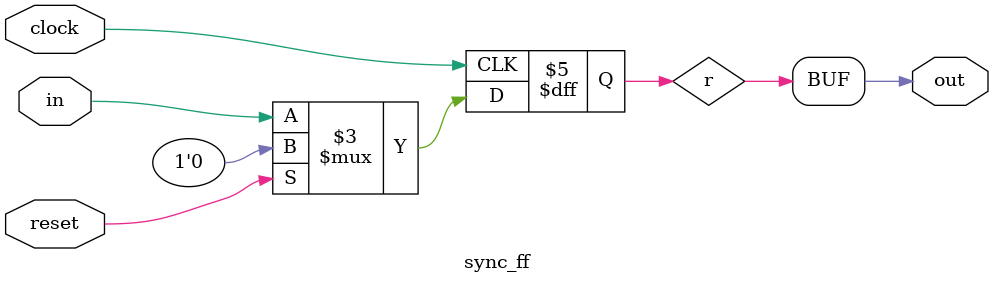
<source format=v>
module sync_ff(input clock, input reset, input in, output out);

reg r;

always @(posedge clock)
  if (reset) r <= 1'b0;
  else r <= in;

assign out = r;

endmodule
</source>
